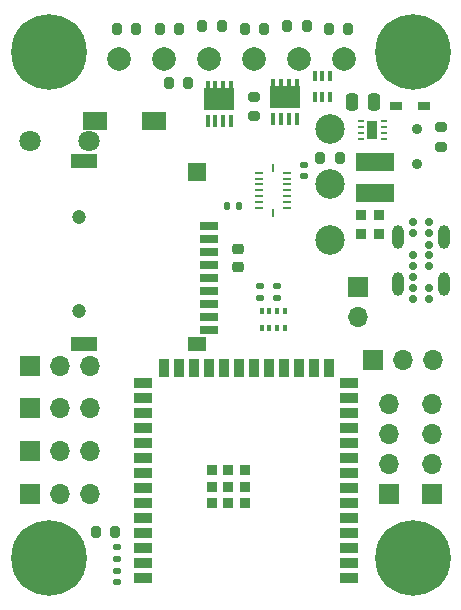
<source format=gbr>
%TF.GenerationSoftware,KiCad,Pcbnew,7.0.2*%
%TF.CreationDate,2023-07-06T19:43:42-07:00*%
%TF.ProjectId,chronos-polaris-hardware,6368726f-6e6f-4732-9d70-6f6c61726973,rev?*%
%TF.SameCoordinates,Original*%
%TF.FileFunction,Soldermask,Bot*%
%TF.FilePolarity,Negative*%
%FSLAX46Y46*%
G04 Gerber Fmt 4.6, Leading zero omitted, Abs format (unit mm)*
G04 Created by KiCad (PCBNEW 7.0.2) date 2023-07-06 19:43:42*
%MOMM*%
%LPD*%
G01*
G04 APERTURE LIST*
G04 Aperture macros list*
%AMRoundRect*
0 Rectangle with rounded corners*
0 $1 Rounding radius*
0 $2 $3 $4 $5 $6 $7 $8 $9 X,Y pos of 4 corners*
0 Add a 4 corners polygon primitive as box body*
4,1,4,$2,$3,$4,$5,$6,$7,$8,$9,$2,$3,0*
0 Add four circle primitives for the rounded corners*
1,1,$1+$1,$2,$3*
1,1,$1+$1,$4,$5*
1,1,$1+$1,$6,$7*
1,1,$1+$1,$8,$9*
0 Add four rect primitives between the rounded corners*
20,1,$1+$1,$2,$3,$4,$5,0*
20,1,$1+$1,$4,$5,$6,$7,0*
20,1,$1+$1,$6,$7,$8,$9,0*
20,1,$1+$1,$8,$9,$2,$3,0*%
G04 Aperture macros list end*
%ADD10R,1.700000X1.700000*%
%ADD11O,1.700000X1.700000*%
%ADD12C,1.800000*%
%ADD13O,1.000000X2.000000*%
%ADD14C,0.700000*%
%ADD15C,6.400000*%
%ADD16C,0.900025*%
%ADD17C,2.000000*%
%ADD18C,2.500000*%
%ADD19R,0.250013X0.800000*%
%ADD20R,0.800000X0.250013*%
%ADD21R,1.500000X0.900000*%
%ADD22R,0.900000X1.500000*%
%ADD23R,0.900000X0.900000*%
%ADD24RoundRect,0.225000X-0.250000X0.225000X-0.250000X-0.225000X0.250000X-0.225000X0.250000X0.225000X0*%
%ADD25RoundRect,0.140000X0.140000X0.170000X-0.140000X0.170000X-0.140000X-0.170000X0.140000X-0.170000X0*%
%ADD26R,0.405004X0.989992*%
%ADD27R,2.600000X1.840005*%
%ADD28RoundRect,0.140000X0.170000X-0.140000X0.170000X0.140000X-0.170000X0.140000X-0.170000X-0.140000X0*%
%ADD29RoundRect,0.200000X0.275000X-0.200000X0.275000X0.200000X-0.275000X0.200000X-0.275000X-0.200000X0*%
%ADD30RoundRect,0.200000X-0.200000X-0.275000X0.200000X-0.275000X0.200000X0.275000X-0.200000X0.275000X0*%
%ADD31RoundRect,0.250000X0.250000X0.475000X-0.250000X0.475000X-0.250000X-0.475000X0.250000X-0.475000X0*%
%ADD32R,1.600000X0.700000*%
%ADD33R,1.500000X1.200000*%
%ADD34R,2.200000X1.200000*%
%ADD35R,1.500000X1.600000*%
%ADD36C,1.200000*%
%ADD37R,0.806477X0.864008*%
%ADD38RoundRect,0.140000X-0.170000X0.140000X-0.170000X-0.140000X0.170000X-0.140000X0.170000X0.140000X0*%
%ADD39R,2.062510X1.539014*%
%ADD40RoundRect,0.200000X0.200000X0.275000X-0.200000X0.275000X-0.200000X-0.275000X0.200000X-0.275000X0*%
%ADD41RoundRect,0.200000X-0.275000X0.200000X-0.275000X-0.200000X0.275000X-0.200000X0.275000X0.200000X0*%
%ADD42R,1.000000X0.750013*%
%ADD43R,3.320015X1.500000*%
%ADD44R,0.400000X0.600000*%
%ADD45R,0.350013X0.916002*%
%ADD46R,0.521006X0.250013*%
%ADD47R,0.900000X1.600000*%
G04 APERTURE END LIST*
D10*
%TO.C,J1*%
X101985000Y-141000000D03*
D11*
X104525000Y-141000000D03*
X107065000Y-141000000D03*
%TD*%
D10*
%TO.C,J2*%
X101974333Y-137389622D03*
D11*
X104514333Y-137389622D03*
X107054333Y-137389622D03*
%TD*%
D10*
%TO.C,J8*%
X129800000Y-123525000D03*
D11*
X129800000Y-126065000D03*
%TD*%
D12*
%TO.C,BUZ1*%
X101996754Y-111103629D03*
X106996754Y-111103629D03*
%TD*%
D13*
%TO.C,U15*%
X137029871Y-123250191D03*
X137029871Y-119250191D03*
X133170079Y-123250191D03*
X133170079Y-119250191D03*
D14*
X134399950Y-124500128D03*
X134399950Y-123550166D03*
X134399950Y-122599950D03*
X134399950Y-121700026D03*
X134399950Y-120800102D03*
X134399950Y-118949962D03*
X134399950Y-118000000D03*
X135800000Y-118000000D03*
X135800000Y-119899924D03*
X135800000Y-120800102D03*
X135800000Y-121700026D03*
X135800000Y-123550166D03*
X135800000Y-124500128D03*
X135800000Y-118949962D03*
%TD*%
D15*
%TO.C,H1*%
X103600000Y-103600000D03*
%TD*%
D10*
%TO.C,J7*%
X136028341Y-141000000D03*
D11*
X136028341Y-138460000D03*
X136028341Y-135920000D03*
X136028341Y-133380000D03*
%TD*%
D10*
%TO.C,J5*%
X131060000Y-129699835D03*
D11*
X133600000Y-129699835D03*
X136140000Y-129699835D03*
%TD*%
D16*
%TO.C,U10*%
X134800000Y-110099873D03*
X134800000Y-113099873D03*
%TD*%
D10*
%TO.C,J6*%
X132400000Y-141003187D03*
D11*
X132400000Y-138463187D03*
X132400000Y-135923187D03*
X132400000Y-133383187D03*
%TD*%
D15*
%TO.C,H4*%
X134400000Y-103600000D03*
%TD*%
%TO.C,H2*%
X134400000Y-146400000D03*
%TD*%
D10*
%TO.C,J3*%
X102008008Y-133756199D03*
D11*
X104548008Y-133756199D03*
X107088008Y-133756199D03*
%TD*%
D15*
%TO.C,H3*%
X103600000Y-146400000D03*
%TD*%
D17*
%TO.C,P1*%
X109579985Y-104200000D03*
X113389993Y-104200000D03*
X117200000Y-104200000D03*
X121010008Y-104200000D03*
X124820015Y-104200000D03*
X128630023Y-104200000D03*
%TD*%
D10*
%TO.C,J4*%
X102008008Y-130148008D03*
D11*
X104548008Y-130148008D03*
X107088008Y-130148008D03*
%TD*%
D18*
%TO.C,U9*%
X127400000Y-119500025D03*
X127400000Y-114800000D03*
X127400000Y-110099975D03*
%TD*%
D19*
%TO.C,U3*%
X122600102Y-117217069D03*
D20*
X121400204Y-116800000D03*
X121400204Y-116300127D03*
X121400204Y-115800000D03*
X121400204Y-115300127D03*
X121400204Y-114800000D03*
X121400204Y-114300127D03*
X121400204Y-113800000D03*
D19*
X122600102Y-113387249D03*
D20*
X123800000Y-113800000D03*
X123800000Y-114300127D03*
X123800000Y-114800000D03*
X123800000Y-115300127D03*
X123800000Y-115800000D03*
X123800000Y-116300127D03*
X123800000Y-116800000D03*
%TD*%
D21*
%TO.C,U2*%
X111550012Y-148120041D03*
X111550012Y-146850038D03*
X111550012Y-145580036D03*
X111550012Y-144310033D03*
X111550012Y-143040031D03*
X111550012Y-141770028D03*
X111550012Y-140500026D03*
X111550012Y-139230023D03*
X111550012Y-137960020D03*
X111550012Y-136690018D03*
X111550012Y-135420015D03*
X111550012Y-134150013D03*
X111550012Y-132880010D03*
X111550012Y-131610008D03*
D22*
X113315062Y-130330099D03*
X114585065Y-130330099D03*
X115855067Y-130330099D03*
X117125070Y-130330099D03*
X118395072Y-130330099D03*
X119665075Y-130330099D03*
X120935077Y-130330099D03*
X122205080Y-130330099D03*
X123475082Y-130330099D03*
X124745085Y-130330099D03*
X126015087Y-130330099D03*
X127285090Y-130360071D03*
D21*
X129050140Y-131610008D03*
X129050140Y-132880010D03*
X129050140Y-134150013D03*
X129050140Y-135420015D03*
X129050140Y-136690018D03*
X129050140Y-137960020D03*
X129050140Y-139230023D03*
X129050140Y-140500026D03*
X129050140Y-141770028D03*
X129050140Y-143040031D03*
X129050140Y-144310033D03*
X129050140Y-145580036D03*
X129050140Y-146850038D03*
X129050140Y-148120041D03*
D23*
X120200000Y-138999899D03*
X118799949Y-138999899D03*
X117399898Y-138999899D03*
X117399898Y-141800000D03*
X118799949Y-141800000D03*
X120200000Y-141800000D03*
X120200000Y-140399949D03*
X117399898Y-140399949D03*
X118799949Y-140399949D03*
%TD*%
D24*
%TO.C,C1*%
X119600000Y-120225000D03*
X119600000Y-121775000D03*
%TD*%
D25*
%TO.C,C9*%
X119680000Y-116600000D03*
X118720000Y-116600000D03*
%TD*%
D26*
%TO.C,U7*%
X124574981Y-109234976D03*
X123924994Y-109234976D03*
X123275006Y-109234976D03*
X122625019Y-109234976D03*
X122625019Y-106365024D03*
X123275006Y-106365024D03*
X123924994Y-106365024D03*
X124574981Y-106365024D03*
D27*
X123599873Y-107359944D03*
%TD*%
D28*
%TO.C,C6*%
X122900000Y-124400000D03*
X122900000Y-123440000D03*
%TD*%
D29*
%TO.C,R5*%
X136800000Y-111625000D03*
X136800000Y-109975000D03*
%TD*%
D30*
%TO.C,R3*%
X113775000Y-106200000D03*
X115425000Y-106200000D03*
%TD*%
D31*
%TO.C,C2*%
X131150000Y-107800000D03*
X129250000Y-107800000D03*
%TD*%
D32*
%TO.C,U5*%
X117163513Y-126049835D03*
X117163513Y-124950013D03*
X117163513Y-123849936D03*
X117163513Y-122749860D03*
X117163513Y-121650038D03*
X117163513Y-120549962D03*
X117163513Y-119449886D03*
X117163513Y-118349809D03*
X117163513Y-127149911D03*
D33*
X116163513Y-128350064D03*
D34*
X106563563Y-128350064D03*
X106563563Y-112849936D03*
D35*
X116163513Y-113749860D03*
D36*
X106163513Y-125549962D03*
X106163513Y-117549962D03*
%TD*%
D37*
%TO.C,R13*%
X131553366Y-117400000D03*
X130046634Y-117400000D03*
%TD*%
D38*
%TO.C,C10*%
X109400000Y-147520000D03*
X109400000Y-148480000D03*
%TD*%
D39*
%TO.C,U11*%
X107496317Y-109400000D03*
X112503683Y-109400000D03*
%TD*%
D26*
%TO.C,U12*%
X119000000Y-109400000D03*
X118350013Y-109400000D03*
X117700025Y-109400000D03*
X117050038Y-109400000D03*
X117050038Y-106530048D03*
X117700025Y-106530048D03*
X118350013Y-106530048D03*
X119000000Y-106530048D03*
D27*
X118024892Y-107524968D03*
%TD*%
D40*
%TO.C,R6*%
X118250000Y-101400000D03*
X116600000Y-101400000D03*
%TD*%
D38*
%TO.C,C8*%
X125200000Y-113120000D03*
X125200000Y-114080000D03*
%TD*%
D41*
%TO.C,R2*%
X121000000Y-107375000D03*
X121000000Y-109025000D03*
%TD*%
D40*
%TO.C,R18*%
X121825000Y-101600000D03*
X120175000Y-101600000D03*
%TD*%
D42*
%TO.C,D1*%
X135372593Y-108200000D03*
X133027407Y-108200000D03*
%TD*%
D28*
%TO.C,C5*%
X109400000Y-146480000D03*
X109400000Y-145520000D03*
%TD*%
D40*
%TO.C,R15*%
X111025000Y-101600000D03*
X109375000Y-101600000D03*
%TD*%
D43*
%TO.C,L1*%
X131200000Y-112872085D03*
X131200000Y-115527915D03*
%TD*%
D30*
%TO.C,R1*%
X126575000Y-112600000D03*
X128225000Y-112600000D03*
%TD*%
D40*
%TO.C,R17*%
X125425000Y-101400000D03*
X123775000Y-101400000D03*
%TD*%
D44*
%TO.C,U4*%
X123575108Y-125475083D03*
X122924867Y-125475083D03*
X122275133Y-125475083D03*
X121624892Y-125475083D03*
X123575108Y-126924917D03*
X122924867Y-126924917D03*
X122275133Y-126924917D03*
X121624892Y-126924917D03*
%TD*%
D37*
%TO.C,R12*%
X131553366Y-119000000D03*
X130046634Y-119000000D03*
%TD*%
D45*
%TO.C,U8*%
X127401513Y-107435244D03*
X126751526Y-107435244D03*
X126101539Y-107435244D03*
X126101539Y-105619140D03*
X126751526Y-105619140D03*
X127401513Y-105619140D03*
%TD*%
D46*
%TO.C,U1*%
X131949962Y-109449936D03*
X131949962Y-109950064D03*
X131949962Y-110449936D03*
X131949962Y-110950064D03*
X130050038Y-110950064D03*
X130050038Y-110449936D03*
X130050038Y-109950064D03*
X130050038Y-109449936D03*
D47*
X131000000Y-110200000D03*
%TD*%
D40*
%TO.C,R8*%
X109225000Y-144200000D03*
X107575000Y-144200000D03*
%TD*%
%TO.C,R16*%
X128975000Y-101600000D03*
X127325000Y-101600000D03*
%TD*%
%TO.C,R14*%
X114625000Y-101600000D03*
X112975000Y-101600000D03*
%TD*%
D28*
%TO.C,C7*%
X121500000Y-124400000D03*
X121500000Y-123440000D03*
%TD*%
M02*

</source>
